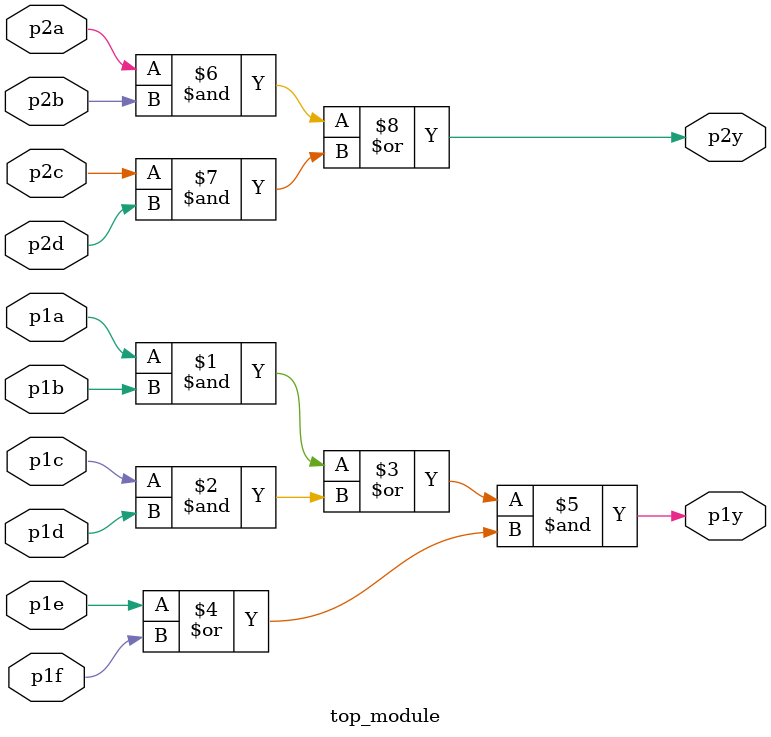
<source format=v>
module top_module(
    input wire p1a, p1b, p1c, p1d, p1e, p1f,
    output wire p1y,
    input wire p2a, p2b, p2c, p2d,
    output wire p2y
);

    assign p1y = ((p1a & p1b) | (p1c & p1d)) & (p1e | p1f); 
    assign p2y = (p2a & p2b) | (p2c & p2d);
    
endmodule
</source>
